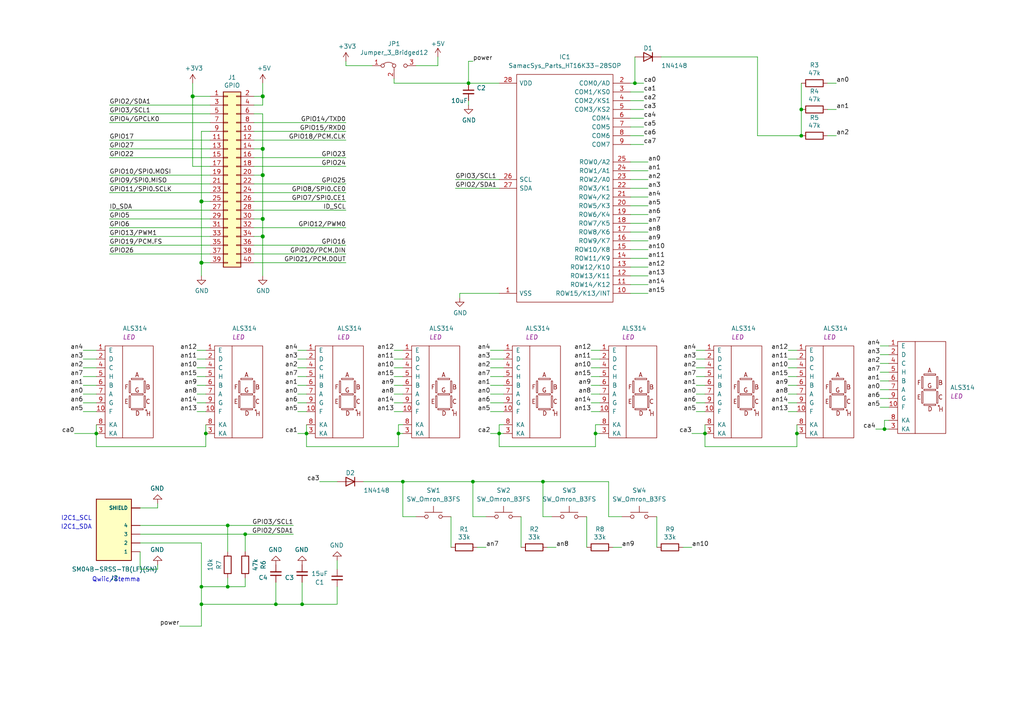
<source format=kicad_sch>
(kicad_sch (version 20230121) (generator eeschema)
  (paper "A4")
  (title_block (title "TinyNumberHat") (date "2023-11-02") (rev "ver 1.0") (company "Andrew Tudoroi"))
  (lib_symbols
    (symbol "Connector_Generic:Conn_02x20_Odd_Even" (pin_names (offset 1.016) hide)
      (property "Reference" "J" (at 1.27 25.4 0))
      (property "Value" "Conn_02x20_Odd_Even" (at 1.27 -27.94 0))
      (symbol "Conn_02x20_Odd_Even_1_1"
        (rectangle (start -1.27 -25.273) (end 0 -25.527) (stroke (width 0.1524)))
        (rectangle (start -1.27 -22.733) (end 0 -22.987) (stroke (width 0.1524)))
        (rectangle (start -1.27 -20.193) (end 0 -20.447) (stroke (width 0.1524)))
        (rectangle (start -1.27 -17.653) (end 0 -17.907) (stroke (width 0.1524)))
        (rectangle (start -1.27 -15.113) (end 0 -15.367) (stroke (width 0.1524)))
        (rectangle (start -1.27 -12.573) (end 0 -12.827) (stroke (width 0.1524)))
        (rectangle (start -1.27 -10.033) (end 0 -10.287) (stroke (width 0.1524)))
        (rectangle (start -1.27 -7.493) (end 0 -7.747) (stroke (width 0.1524)))
        (rectangle (start -1.27 -4.953) (end 0 -5.207) (stroke (width 0.1524)))
        (rectangle (start -1.27 -2.413) (end 0 -2.667) (stroke (width 0.1524)))
        (rectangle (start -1.27 0.127) (end 0 -0.127) (stroke (width 0.1524)))
        (rectangle (start -1.27 2.667) (end 0 2.413) (stroke (width 0.1524)))
        (rectangle (start -1.27 5.207) (end 0 4.953) (stroke (width 0.1524)))
        (rectangle (start -1.27 7.747) (end 0 7.493) (stroke (width 0.1524)))
        (rectangle (start -1.27 10.287) (end 0 10.033) (stroke (width 0.1524)))
        (rectangle (start -1.27 12.827) (end 0 12.573) (stroke (width 0.1524)))
        (rectangle (start -1.27 15.367) (end 0 15.113) (stroke (width 0.1524)))
        (rectangle (start -1.27 17.907) (end 0 17.653) (stroke (width 0.1524)))
        (rectangle (start -1.27 20.447) (end 0 20.193) (stroke (width 0.1524)))
        (rectangle (start -1.27 22.987) (end 0 22.733) (stroke (width 0.1524)))
        (rectangle (start -1.27 24.13) (end 3.81 -26.67) (stroke (width 0.254)) (fill (type background)))
        (rectangle (start 3.81 -25.273) (end 2.54 -25.527) (stroke (width 0.1524)))
        (rectangle (start 3.81 -22.733) (end 2.54 -22.987) (stroke (width 0.1524)))
        (rectangle (start 3.81 -20.193) (end 2.54 -20.447) (stroke (width 0.1524)))
        (rectangle (start 3.81 -17.653) (end 2.54 -17.907) (stroke (width 0.1524)))
        (rectangle (start 3.81 -15.113) (end 2.54 -15.367) (stroke (width 0.1524)))
        (rectangle (start 3.81 -12.573) (end 2.54 -12.827) (stroke (width 0.1524)))
        (rectangle (start 3.81 -10.033) (end 2.54 -10.287) (stroke (width 0.1524)))
        (rectangle (start 3.81 -7.493) (end 2.54 -7.747) (stroke (width 0.1524)))
        (rectangle (start 3.81 -4.953) (end 2.54 -5.207) (stroke (width 0.1524)))
        (rectangle (start 3.81 -2.413) (end 2.54 -2.667) (stroke (width 0.1524)))
        (rectangle (start 3.81 0.127) (end 2.54 -0.127) (stroke (width 0.1524)))
        (rectangle (start 3.81 2.667) (end 2.54 2.413) (stroke (width 0.1524)))
        (rectangle (start 3.81 5.207) (end 2.54 4.953) (stroke (width 0.1524)))
        (rectangle (start 3.81 7.747) (end 2.54 7.493) (stroke (width 0.1524)))
        (rectangle (start 3.81 10.287) (end 2.54 10.033) (stroke (width 0.1524)))
        (rectangle (start 3.81 12.827) (end 2.54 12.573) (stroke (width 0.1524)))
        (rectangle (start 3.81 15.367) (end 2.54 15.113) (stroke (width 0.1524)))
        (rectangle (start 3.81 17.907) (end 2.54 17.653) (stroke (width 0.1524)))
        (rectangle (start 3.81 20.447) (end 2.54 20.193) (stroke (width 0.1524)))
        (rectangle (start 3.81 22.987) (end 2.54 22.733) (stroke (width 0.1524)))
        (pin passive line (at -5.08 22.86 0) (length 3.81) (name "Pin_1") (number "1"))
        (pin passive line (at 7.62 12.7 180) (length 3.81) (name "Pin_10") (number "10"))
        (pin passive line (at -5.08 10.16 0) (length 3.81) (name "Pin_11") (number "11"))
        (pin passive line (at 7.62 10.16 180) (length 3.81) (name "Pin_12") (number "12"))
        (pin passive line (at -5.08 7.62 0) (length 3.81) (name "Pin_13") (number "13"))
        (pin passive line (at 7.62 7.62 180) (length 3.81) (name "Pin_14") (number "14"))
        (pin passive line (at -5.08 5.08 0) (length 3.81) (name "Pin_15") (number "15"))
        (pin passive line (at 7.62 5.08 180) (length 3.81) (name "Pin_16") (number "16"))
        (pin passive line (at -5.08 2.54 0) (length 3.81) (name "Pin_17") (number "17"))
        (pin passive line (at 7.62 2.54 180) (length 3.81) (name "Pin_18") (number "18"))
        (pin passive line (at -5.08 0 0) (length 3.81) (name "Pin_19") (number "19"))
        (pin passive line (at 7.62 22.86 180) (length 3.81) (name "Pin_2") (number "2"))
        (pin passive line (at 7.62 0 180) (length 3.81) (name "Pin_20") (number "20"))
        (pin passive line (at -5.08 -2.54 0) (length 3.81) (name "Pin_21") (number "21"))
        (pin passive line (at 7.62 -2.54 180) (length 3.81) (name "Pin_22") (number "22"))
        (pin passive line (at -5.08 -5.08 0) (length 3.81) (name "Pin_23") (number "23"))
        (pin passive line (at 7.62 -5.08 180) (length 3.81) (name "Pin_24") (number "24"))
        (pin passive line (at -5.08 -7.62 0) (length 3.81) (name "Pin_25") (number "25"))
        (pin passive line (at 7.62 -7.62 180) (length 3.81) (name "Pin_26") (number "26"))
        (pin passive line (at -5.08 -10.16 0) (length 3.81) (name "Pin_27") (number "27"))
        (pin passive line (at 7.62 -10.16 180) (length 3.81) (name "Pin_28") (number "28"))
        (pin passive line (at -5.08 -12.7 0) (length 3.81) (name "Pin_29") (number "29"))
        (pin passive line (at -5.08 20.32 0) (length 3.81) (name "Pin_3") (number "3"))
        (pin passive line (at 7.62 -12.7 180) (length 3.81) (name "Pin_30") (number "30"))
        (pin passive line (at -5.08 -15.24 0) (length 3.81) (name "Pin_31") (number "31"))
        (pin passive line (at 7.62 -15.24 180) (length 3.81) (name "Pin_32") (number "32"))
        (pin passive line (at -5.08 -17.78 0) (length 3.81) (name "Pin_33") (number "33"))
        (pin passive line (at 7.62 -17.78 180) (length 3.81) (name "Pin_34") (number "34"))
        (pin passive line (at -5.08 -20.32 0) (length 3.81) (name "Pin_35") (number "35"))
        (pin passive line (at 7.62 -20.32 180) (length 3.81) (name "Pin_36") (number "36"))
        (pin passive line (at -5.08 -22.86 0) (length 3.81) (name "Pin_37") (number "37"))
        (pin passive line (at 7.62 -22.86 180) (length 3.81) (name "Pin_38") (number "38"))
        (pin passive line (at -5.08 -25.4 0) (length 3.81) (name "Pin_39") (number "39"))
        (pin passive line (at 7.62 20.32 180) (length 3.81) (name "Pin_4") (number "4"))
        (pin passive line (at 7.62 -25.4 180) (length 3.81) (name "Pin_40") (number "40"))
        (pin passive line (at -5.08 17.78 0) (length 3.81) (name "Pin_5") (number "5"))
        (pin passive line (at 7.62 17.78 180) (length 3.81) (name "Pin_6") (number "6"))
        (pin passive line (at -5.08 15.24 0) (length 3.81) (name "Pin_7") (number "7"))
        (pin passive line (at 7.62 15.24 180) (length 3.81) (name "Pin_8") (number "8"))
        (pin passive line (at -5.08 12.7 0) (length 3.81) (name "Pin_9") (number "9"))
      )
    )
    (symbol "Device:C_Small" (pin_numbers hide) (pin_names (offset 0.254) hide)
      (property "Reference" "C" (at 0.254 1.778 0))
      (property "Value" "C_Small" (at 0.254 -2.032 0))
      (symbol "C_Small_0_1"
        (polyline (pts (xy -1.524 -0.508) (xy 1.524 -0.508)) (stroke (width 0.3302)))
        (polyline (pts (xy -1.524 0.508) (xy 1.524 0.508)) (stroke (width 0.3048)))
      )
      (symbol "C_Small_1_1"
        (pin passive line (at 0 2.54 270) (length 2.032) (name "~") (number "1"))
        (pin passive line (at 0 -2.54 90) (length 2.032) (name "~") (number "2"))
      )
    )
    (symbol "Device:D" (pin_numbers hide) (pin_names (offset 1.016) hide)
      (property "Reference" "D" (at 0 2.54 0))
      (property "Value" "D" (at 0 -2.54 0))
      (symbol "D_0_1"
        (polyline (pts (xy -1.27 1.27) (xy -1.27 -1.27)) (stroke (width 0.254)))
        (polyline (pts (xy 1.27 0) (xy -1.27 0)))
        (polyline (pts (xy 1.27 1.27) (xy 1.27 -1.27) (xy -1.27 0) (xy 1.27 1.27)) (stroke (width 0.254)))
      )
      (symbol "D_1_1"
        (pin passive line (at -3.81 0 0) (length 2.54) (name "K") (number "1"))
        (pin passive line (at 3.81 0 180) (length 2.54) (name "A") (number "2"))
      )
    )
    (symbol "Device:R" (pin_numbers hide) (pin_names (offset 0))
      (property "Reference" "R" (at 2.032 0 90))
      (property "Value" "R" (at 0 0 90))
      (symbol "R_0_1"
        (rectangle (start -1.016 -2.54) (end 1.016 2.54) (stroke (width 0.254)))
      )
      (symbol "R_1_1"
        (pin passive line (at 0 3.81 270) (length 1.27) (name "~") (number "1"))
        (pin passive line (at 0 -3.81 90) (length 1.27) (name "~") (number "2"))
      )
    )
    (symbol "Jumper:Jumper_3_Bridged12" (pin_names (offset 0) hide)
      (property "Reference" "JP" (at -2.54 -2.54 0))
      (property "Value" "Jumper_3_Bridged12" (at 0 2.794 0))
      (symbol "Jumper_3_Bridged12_0_0"
        (circle (center -3.302 0) (radius 0.508))
        (circle (center 0 0) (radius 0.508))
        (circle (center 3.302 0) (radius 0.508))
      )
      (symbol "Jumper_3_Bridged12_0_1"
        (arc (start -0.254 0.508) (mid -1.651 0.9912) (end -3.048 0.508))
        (polyline (pts (xy 0 -1.27) (xy 0 -0.508)))
      )
      (symbol "Jumper_3_Bridged12_1_1"
        (pin passive line (at -6.35 0 0) (length 2.54) (name "A") (number "1"))
        (pin passive line (at 0 -3.81 90) (length 2.54) (name "C") (number "2"))
        (pin passive line (at 6.35 0 180) (length 2.54) (name "B") (number "3"))
      )
    )
    (symbol "LTP-305G:АЛС314" (pin_names (offset 1.016))
      (property "Reference" "DPY" (at 10.16 0 0))
      (property "Value" "ALS314" (at 8.89 -26.67 0))
      (property "Тип" "LED" (at 10.16 -2.54 0))
      (symbol "АЛС314_0_0"
        (circle (center 14.478 -17.399) (radius 0.1778))
        (text "A" (at 11.811 -7.112 0) (effects (font (size 1.27 1.27))))
        (text "B" (at 14.986 -10.668 0) (effects (font (size 1.27 1.27))))
        (text "C" (at 14.986 -14.859 0) (effects (font (size 1.27 1.27))))
        (text "D" (at 11.938 -18.288 0) (effects (font (size 1.27 1.27))))
        (text "E" (at 8.763 -14.859 0) (effects (font (size 1.27 1.27))))
        (text "F" (at 8.763 -10.668 0) (effects (font (size 1.27 1.27))))
        (text "G" (at 11.811 -11.557 0) (effects (font (size 1.27 1.27))))
        (text "H" (at 15.113 -18.415 0) (effects (font (size 1.27 1.27))))
      )
      (symbol "АЛС314_0_1"
        (polyline (pts (xy 7.62 1.27) (xy 7.62 -25.4)))
        (rectangle (start 2.54 1.27) (end 16.51 -25.4))
        (rectangle (start 9.525 -16.637) (end 9.906 -13.208))
        (rectangle (start 9.525 -12.319) (end 9.906 -8.89))
        (rectangle (start 10.16 -16.891) (end 13.589 -17.272))
        (rectangle (start 10.16 -12.573) (end 13.589 -12.954))
        (rectangle (start 10.16 -8.128) (end 13.589 -8.509))
        (rectangle (start 13.843 -16.637) (end 14.224 -13.208))
        (rectangle (start 13.843 -12.319) (end 14.224 -8.89))
      )
      (symbol "АЛС314_1_1"
        (pin input line (at 0 0 0) (length 2.54) (name "E") (number "1"))
        (pin input line (at 0 -17.78 0) (length 2.54) (name "F") (number "10"))
        (pin input line (at 0 -2.54 0) (length 2.54) (name "D") (number "2"))
        (pin power_out line (at 0 -24.13 0) (length 2.54) (name "KA") (number "3"))
        (pin input line (at 0 -5.08 0) (length 2.54) (name "C") (number "4"))
        (pin input line (at 0 -7.62 0) (length 2.54) (name "H") (number "5"))
        (pin input line (at 0 -10.16 0) (length 2.54) (name "B") (number "6"))
        (pin input line (at 0 -12.7 0) (length 2.54) (name "A") (number "7"))
        (pin power_out line (at 0 -21.59 0) (length 2.54) (name "KA") (number "8"))
        (pin input line (at 0 -15.24 0) (length 2.54) (name "G") (number "9"))
      )
    )
    (symbol "LTP305_ESP32_CLOCK-rescue:HT16K33-28SOP-SamacSys_Parts" (pin_names (offset 0.762))
      (property "Reference" "IC" (at 34.29 7.62 0))
      (property "Value" "SamacSys_Parts_HT16K33-28SOP" (at 34.29 5.08 0))
      (symbol "HT16K33-28SOP-SamacSys_Parts_0_0"
        (pin passive line (at 0 -60.96 0) (length 5.08) (name "VSS") (number "1"))
        (pin passive line (at 38.1 -60.96 180) (length 5.08) (name "ROW15/K13/INT") (number "10"))
        (pin passive line (at 38.1 -58.42 180) (length 5.08) (name "ROW14/K12") (number "11"))
        (pin passive line (at 38.1 -55.88 180) (length 5.08) (name "ROW13/K11") (number "12"))
        (pin passive line (at 38.1 -53.34 180) (length 5.08) (name "ROW12/K10") (number "13"))
        (pin passive line (at 38.1 -50.8 180) (length 5.08) (name "ROW11/K9") (number "14"))
        (pin passive line (at 38.1 -48.26 180) (length 5.08) (name "ROW10/K8") (number "15"))
        (pin passive line (at 38.1 -45.72 180) (length 5.08) (name "ROW9/K7") (number "16"))
        (pin passive line (at 38.1 -43.18 180) (length 5.08) (name "ROW8/K6") (number "17"))
        (pin passive line (at 38.1 -40.64 180) (length 5.08) (name "ROW7/K5") (number "18"))
        (pin passive line (at 38.1 -38.1 180) (length 5.08) (name "ROW6/K4") (number "19"))
        (pin passive line (at 38.1 0 180) (length 5.08) (name "COM0/AD") (number "2"))
        (pin passive line (at 38.1 -35.56 180) (length 5.08) (name "ROW5/K3") (number "20"))
        (pin passive line (at 38.1 -33.02 180) (length 5.08) (name "ROW4/K2") (number "21"))
        (pin passive line (at 38.1 -30.48 180) (length 5.08) (name "ROW3/K1") (number "22"))
        (pin passive line (at 38.1 -27.94 180) (length 5.08) (name "ROW2/A0") (number "23"))
        (pin passive line (at 38.1 -25.4 180) (length 5.08) (name "ROW1/A1") (number "24"))
        (pin passive line (at 38.1 -22.86 180) (length 5.08) (name "ROW0/A2") (number "25"))
        (pin passive line (at 0 -27.94 0) (length 5.08) (name "SCL") (number "26"))
        (pin passive line (at 0 -30.48 0) (length 5.08) (name "SDA") (number "27"))
        (pin passive line (at 0 0 0) (length 5.08) (name "VDD") (number "28"))
        (pin passive line (at 38.1 -2.54 180) (length 5.08) (name "COM1/KS0") (number "3"))
        (pin passive line (at 38.1 -5.08 180) (length 5.08) (name "COM2/KS1") (number "4"))
        (pin passive line (at 38.1 -7.62 180) (length 5.08) (name "COM3/KS2") (number "5"))
        (pin passive line (at 38.1 -10.16 180) (length 5.08) (name "COM4") (number "6"))
        (pin passive line (at 38.1 -12.7 180) (length 5.08) (name "COM5") (number "7"))
        (pin passive line (at 38.1 -15.24 180) (length 5.08) (name "COM6") (number "8"))
        (pin passive line (at 38.1 -17.78 180) (length 5.08) (name "COM7") (number "9"))
      )
      (symbol "HT16K33-28SOP-SamacSys_Parts_0_1"
        (polyline (pts (xy 5.08 2.54) (xy 33.02 2.54) (xy 33.02 -63.5) (xy 5.08 -63.5) (xy 5.08 2.54)) (stroke (width 0.1524)))
      )
    )
    (symbol "SM04B-SRSS-TB_LF__SN_:SM04B-SRSS-TB(LF)(SN)" (pin_numbers hide) (pin_names (offset 1.016))
      (property "Reference" "J" (at -5.08 8.1534 0))
      (property "Value" "SM04B-SRSS-TB(LF)(SN)" (at -5.08 -11.9634 0))
      (symbol "SM04B-SRSS-TB(LF)(SN)_0_0"
        (rectangle (start -5.08 -10.16) (end 5.08 7.62) (stroke (width 0.254)) (fill (type background)))
        (pin passive line (at -7.62 5.08 0) (length 2.54) (name "1") (number "1"))
        (pin passive line (at -7.62 2.54 0) (length 2.54) (name "2") (number "2"))
        (pin passive line (at -7.62 0 0) (length 2.54) (name "3") (number "3"))
        (pin passive line (at -7.62 -2.54 0) (length 2.54) (name "4") (number "4"))
        (pin passive line (at -7.62 -7.62 0) (length 2.54) (name "SHIELD") (number "S1"))
        (pin passive line (at -7.62 -7.62 0) (length 2.54) (name "SHIELD") (number "S2"))
      )
    )
    (symbol "Switch:SW_Omron_B3FS" (pin_numbers hide) (pin_names (offset 1.016) hide)
      (property "Reference" "SW" (at 1.27 2.54 0))
      (property "Value" "SW_Omron_B3FS" (at 0 -1.524 0))
      (symbol "SW_Omron_B3FS_0_1"
        (circle (center -2.032 0) (radius 0.508))
        (polyline (pts (xy 0 1.27) (xy 0 3.048)))
        (polyline (pts (xy 2.54 1.27) (xy -2.54 1.27)))
        (circle (center 2.032 0) (radius 0.508))
        (pin passive line (at -5.08 0 0) (length 2.54) (name "1") (number "1"))
        (pin passive line (at 5.08 0 180) (length 2.54) (name "2") (number "2"))
      )
    )
    (symbol "power:+3.3V" (power) (pin_names (offset 0))
      (property "Value" "+3.3V" (at 0 3.556 0))
      (symbol "+3.3V_0_1"
        (polyline (pts (xy -0.762 1.27) (xy 0 2.54)))
        (polyline (pts (xy 0 0) (xy 0 2.54)))
        (polyline (pts (xy 0 2.54) (xy 0.762 1.27)))
      )
      (symbol "+3.3V_1_1"
        (pin power_in line (at 0 0 90) (length 0) hide (name "+3V3") (number "1"))
      )
    )
    (symbol "power:+5V" (power) (pin_names (offset 0))
      (property "Value" "+5V" (at 0 3.556 0))
      (symbol "+5V_0_1"
        (polyline (pts (xy -0.762 1.27) (xy 0 2.54)))
        (polyline (pts (xy 0 0) (xy 0 2.54)))
        (polyline (pts (xy 0 2.54) (xy 0.762 1.27)))
      )
      (symbol "+5V_1_1"
        (pin power_in line (at 0 0 90) (length 0) hide (name "+5V") (number "1"))
      )
    )
    (symbol "power:GND" (power) (pin_names (offset 0))
      (property "Value" "GND" (at 0 -3.81 0))
      (symbol "GND_0_1"
        (polyline (pts (xy 0 0) (xy 0 -1.27) (xy 1.27 -1.27) (xy 0 -2.54) (xy -1.27 -1.27) (xy 0 -1.27)))
      )
      (symbol "GND_1_1"
        (pin power_in line (at 0 0 270) (length 0) hide (name "GND") (number "1"))
      )
    )
  )
  (junction (at 76.2 63.5) (diameter 1.016))
  (junction (at 55.88 27.94) (diameter 1.016))
  (junction (at 76.2 68.58) (diameter 1.016))
  (junction (at 144.78 125.73))
  (junction (at 58.42 175.26))
  (junction (at 157.48 139.7))
  (junction (at 58.42 58.42) (diameter 1.016))
  (junction (at 172.72 125.73))
  (junction (at 256.54 124.46))
  (junction (at 76.2 50.8) (diameter 1.016))
  (junction (at 80.01 175.26))
  (junction (at 204.47 125.73))
  (junction (at 76.2 43.18) (diameter 1.016))
  (junction (at 231.14 125.73))
  (junction (at 87.63 175.26))
  (junction (at 71.12 154.94))
  (junction (at 66.04 152.4))
  (junction (at 116.84 139.7))
  (junction (at 27.94 125.73))
  (junction (at 88.9 125.73))
  (junction (at 115.57 125.73))
  (junction (at 59.69 125.73))
  (junction (at 66.04 170.18))
  (junction (at 135.89 24.13))
  (junction (at 184.15 24.13))
  (junction (at 232.41 31.75))
  (junction (at 232.41 39.37))
  (junction (at 137.16 139.7))
  (junction (at 58.42 170.18))
  (junction (at 58.42 76.2) (diameter 1.016))
  (junction (at 76.2 27.94) (diameter 1.016))
  (wire (pts (xy 58.42 58.42) (xy 58.42 76.2)))
  (wire (pts (xy 73.66 58.42) (xy 100.33 58.42)))
  (wire (pts (xy 182.88 31.75) (xy 186.69 31.75)))
  (wire (pts (xy 116.84 125.73) (xy 115.57 125.73)))
  (wire (pts (xy 60.96 40.64) (xy 31.75 40.64)))
  (wire (pts (xy 59.69 129.54) (xy 59.69 125.73)))
  (wire (pts (xy 58.42 181.61) (xy 52.07 181.61)))
  (wire (pts (xy 85.09 152.4) (xy 66.04 152.4)))
  (wire (pts (xy 142.24 109.22) (xy 146.05 109.22)))
  (wire (pts (xy 86.36 104.14) (xy 88.9 104.14)))
  (wire (pts (xy 76.2 33.02) (xy 76.2 43.18)))
  (wire (pts (xy 157.48 139.7) (xy 176.53 139.7)))
  (wire (pts (xy 40.64 165.1) (xy 40.64 160.02)))
  (wire (pts (xy 57.15 104.14) (xy 59.69 104.14)))
  (wire (pts (xy 76.2 50.8) (xy 73.66 50.8)))
  (wire (pts (xy 114.3 101.6) (xy 116.84 101.6)))
  (wire (pts (xy 157.48 139.7) (xy 157.48 149.86)))
  (wire (pts (xy 173.99 123.19) (xy 172.72 123.19)))
  (wire (pts (xy 57.15 109.22) (xy 59.69 109.22)))
  (wire (pts (xy 182.88 49.53) (xy 187.96 49.53)))
  (wire (pts (xy 171.45 119.38) (xy 173.99 119.38)))
  (wire (pts (xy 182.88 52.07) (xy 187.96 52.07)))
  (wire (pts (xy 201.93 106.68) (xy 204.47 106.68)))
  (wire (pts (xy 76.2 63.5) (xy 76.2 68.58)))
  (wire (pts (xy 137.16 139.7) (xy 157.48 139.7)))
  (wire (pts (xy 182.88 41.91) (xy 186.69 41.91)))
  (wire (pts (xy 228.6 104.14) (xy 231.14 104.14)))
  (wire (pts (xy 86.36 119.38) (xy 88.9 119.38)))
  (wire (pts (xy 114.3 109.22) (xy 116.84 109.22)))
  (wire (pts (xy 45.72 163.83) (xy 45.72 165.1)))
  (wire (pts (xy 114.3 116.84) (xy 116.84 116.84)))
  (wire (pts (xy 86.36 116.84) (xy 88.9 116.84)))
  (wire (pts (xy 254 124.46) (xy 256.54 124.46)))
  (wire (pts (xy 228.6 119.38) (xy 231.14 119.38)))
  (wire (pts (xy 201.93 116.84) (xy 204.47 116.84)))
  (wire (pts (xy 76.2 50.8) (xy 76.2 63.5)))
  (wire (pts (xy 114.3 24.13) (xy 135.89 24.13)))
  (wire (pts (xy 100.33 17.78) (xy 100.33 19.05)))
  (wire (pts (xy 73.66 35.56) (xy 100.33 35.56)))
  (wire (pts (xy 144.78 129.54) (xy 172.72 129.54)))
  (wire (pts (xy 58.42 38.1) (xy 58.42 58.42)))
  (wire (pts (xy 231.14 123.19) (xy 231.14 125.73)))
  (wire (pts (xy 182.88 57.15) (xy 187.96 57.15)))
  (wire (pts (xy 66.04 152.4) (xy 40.64 152.4)))
  (wire (pts (xy 130.81 149.86) (xy 130.81 158.75)))
  (wire (pts (xy 137.16 17.78) (xy 135.89 17.78)))
  (wire (pts (xy 142.24 111.76) (xy 146.05 111.76)))
  (wire (pts (xy 58.42 38.1) (xy 60.96 38.1)))
  (wire (pts (xy 201.93 119.38) (xy 204.47 119.38)))
  (wire (pts (xy 182.88 34.29) (xy 186.69 34.29)))
  (wire (pts (xy 182.88 64.77) (xy 187.96 64.77)))
  (wire (pts (xy 114.3 104.14) (xy 116.84 104.14)))
  (wire (pts (xy 73.66 55.88) (xy 100.33 55.88)))
  (wire (pts (xy 157.48 149.86) (xy 160.02 149.86)))
  (wire (pts (xy 60.96 60.96) (xy 31.75 60.96)))
  (wire (pts (xy 57.15 111.76) (xy 59.69 111.76)))
  (wire (pts (xy 142.24 119.38) (xy 146.05 119.38)))
  (wire (pts (xy 86.36 111.76) (xy 88.9 111.76)))
  (wire (pts (xy 31.75 63.5) (xy 60.96 63.5)))
  (wire (pts (xy 182.88 80.01) (xy 187.96 80.01)))
  (wire (pts (xy 132.08 52.07) (xy 144.78 52.07)))
  (wire (pts (xy 142.24 114.3) (xy 146.05 114.3)))
  (wire (pts (xy 135.89 17.78) (xy 135.89 24.13)))
  (wire (pts (xy 24.13 116.84) (xy 27.94 116.84)))
  (wire (pts (xy 86.36 109.22) (xy 88.9 109.22)))
  (wire (pts (xy 58.42 58.42) (xy 60.96 58.42)))
  (wire (pts (xy 182.88 77.47) (xy 187.96 77.47)))
  (wire (pts (xy 182.88 29.21) (xy 186.69 29.21)))
  (wire (pts (xy 171.45 104.14) (xy 173.99 104.14)))
  (wire (pts (xy 170.18 149.86) (xy 170.18 158.75)))
  (wire (pts (xy 71.12 160.02) (xy 71.12 154.94)))
  (wire (pts (xy 132.08 54.61) (xy 144.78 54.61)))
  (wire (pts (xy 73.66 45.72) (xy 100.33 45.72)))
  (wire (pts (xy 182.88 46.99) (xy 187.96 46.99)))
  (wire (pts (xy 58.42 170.18) (xy 58.42 157.48)))
  (wire (pts (xy 182.88 67.31) (xy 187.96 67.31)))
  (wire (pts (xy 255.27 100.33) (xy 257.81 100.33)))
  (wire (pts (xy 151.13 149.86) (xy 151.13 158.75)))
  (wire (pts (xy 201.93 101.6) (xy 204.47 101.6)))
  (wire (pts (xy 66.04 167.64) (xy 66.04 170.18)))
  (wire (pts (xy 73.66 76.2) (xy 100.33 76.2)))
  (wire (pts (xy 58.42 76.2) (xy 58.42 80.01)))
  (wire (pts (xy 31.75 43.18) (xy 60.96 43.18)))
  (wire (pts (xy 177.8 158.75) (xy 180.34 158.75)))
  (wire (pts (xy 171.45 109.22) (xy 173.99 109.22)))
  (wire (pts (xy 256.54 124.46) (xy 257.81 124.46)))
  (wire (pts (xy 55.88 24.13) (xy 55.88 27.94)))
  (wire (pts (xy 182.88 39.37) (xy 186.69 39.37)))
  (wire (pts (xy 24.13 104.14) (xy 27.94 104.14)))
  (wire (pts (xy 228.6 111.76) (xy 231.14 111.76)))
  (wire (pts (xy 142.24 106.68) (xy 146.05 106.68)))
  (wire (pts (xy 59.69 123.19) (xy 59.69 125.73)))
  (wire (pts (xy 76.2 68.58) (xy 73.66 68.58)))
  (wire (pts (xy 201.93 104.14) (xy 204.47 104.14)))
  (wire (pts (xy 228.6 101.6) (xy 231.14 101.6)))
  (wire (pts (xy 182.88 82.55) (xy 187.96 82.55)))
  (wire (pts (xy 31.75 33.02) (xy 60.96 33.02)))
  (wire (pts (xy 24.13 111.76) (xy 27.94 111.76)))
  (wire (pts (xy 201.93 111.76) (xy 204.47 111.76)))
  (wire (pts (xy 182.88 59.69) (xy 187.96 59.69)))
  (wire (pts (xy 71.12 170.18) (xy 66.04 170.18)))
  (wire (pts (xy 31.75 55.88) (xy 60.96 55.88)))
  (wire (pts (xy 27.94 123.19) (xy 27.94 125.73)))
  (wire (pts (xy 182.88 85.09) (xy 187.96 85.09)))
  (wire (pts (xy 200.66 125.73) (xy 204.47 125.73)))
  (wire (pts (xy 55.88 48.26) (xy 60.96 48.26)))
  (wire (pts (xy 114.3 22.86) (xy 114.3 24.13)))
  (wire (pts (xy 60.96 30.48) (xy 31.75 30.48)))
  (wire (pts (xy 127 19.05) (xy 120.65 19.05)))
  (wire (pts (xy 57.15 101.6) (xy 59.69 101.6)))
  (wire (pts (xy 92.71 139.7) (xy 97.79 139.7)))
  (wire (pts (xy 76.2 27.94) (xy 76.2 30.48)))
  (wire (pts (xy 97.79 175.26) (xy 87.63 175.26)))
  (wire (pts (xy 80.01 175.26) (xy 80.01 168.91)))
  (wire (pts (xy 228.6 114.3) (xy 231.14 114.3)))
  (wire (pts (xy 76.2 43.18) (xy 76.2 50.8)))
  (wire (pts (xy 80.01 175.26) (xy 58.42 175.26)))
  (wire (pts (xy 45.72 147.32) (xy 45.72 146.05)))
  (wire (pts (xy 27.94 125.73) (xy 27.94 129.54)))
  (wire (pts (xy 73.66 40.64) (xy 100.33 40.64)))
  (wire (pts (xy 255.27 102.87) (xy 257.81 102.87)))
  (wire (pts (xy 76.2 43.18) (xy 73.66 43.18)))
  (wire (pts (xy 21.59 125.73) (xy 27.94 125.73)))
  (wire (pts (xy 76.2 24.13) (xy 76.2 27.94)))
  (wire (pts (xy 87.63 175.26) (xy 87.63 168.91)))
  (wire (pts (xy 182.88 69.85) (xy 187.96 69.85)))
  (wire (pts (xy 184.15 16.51) (xy 184.15 24.13)))
  (wire (pts (xy 204.47 129.54) (xy 231.14 129.54)))
  (wire (pts (xy 146.05 123.19) (xy 144.78 123.19)))
  (wire (pts (xy 31.75 35.56) (xy 60.96 35.56)))
  (wire (pts (xy 232.41 39.37) (xy 219.71 39.37)))
  (wire (pts (xy 240.03 24.13) (xy 242.57 24.13)))
  (wire (pts (xy 115.57 129.54) (xy 115.57 125.73)))
  (wire (pts (xy 76.2 27.94) (xy 73.66 27.94)))
  (wire (pts (xy 255.27 118.11) (xy 257.81 118.11)))
  (wire (pts (xy 171.45 106.68) (xy 173.99 106.68)))
  (wire (pts (xy 55.88 27.94) (xy 55.88 48.26)))
  (wire (pts (xy 198.12 158.75) (xy 200.66 158.75)))
  (wire (pts (xy 66.04 170.18) (xy 58.42 170.18)))
  (wire (pts (xy 114.3 119.38) (xy 116.84 119.38)))
  (wire (pts (xy 73.66 48.26) (xy 100.33 48.26)))
  (wire (pts (xy 255.27 115.57) (xy 257.81 115.57)))
  (wire (pts (xy 232.41 31.75) (xy 232.41 39.37)))
  (wire (pts (xy 137.16 149.86) (xy 140.97 149.86)))
  (wire (pts (xy 73.66 38.1) (xy 100.33 38.1)))
  (wire (pts (xy 24.13 119.38) (xy 27.94 119.38)))
  (wire (pts (xy 138.43 158.75) (xy 140.97 158.75)))
  (wire (pts (xy 142.24 101.6) (xy 146.05 101.6)))
  (wire (pts (xy 88.9 123.19) (xy 88.9 125.73)))
  (wire (pts (xy 40.64 147.32) (xy 45.72 147.32)))
  (wire (pts (xy 127 16.51) (xy 127 19.05)))
  (wire (pts (xy 100.33 19.05) (xy 107.95 19.05)))
  (wire (pts (xy 86.36 125.73) (xy 88.9 125.73)))
  (wire (pts (xy 137.16 139.7) (xy 137.16 149.86)))
  (wire (pts (xy 31.75 45.72) (xy 60.96 45.72)))
  (wire (pts (xy 135.89 24.13) (xy 144.78 24.13)))
  (wire (pts (xy 31.75 53.34) (xy 60.96 53.34)))
  (wire (pts (xy 201.93 109.22) (xy 204.47 109.22)))
  (wire (pts (xy 182.88 72.39) (xy 187.96 72.39)))
  (wire (pts (xy 116.84 139.7) (xy 137.16 139.7)))
  (wire (pts (xy 240.03 31.75) (xy 242.57 31.75)))
  (wire (pts (xy 172.72 123.19) (xy 172.72 125.73)))
  (wire (pts (xy 255.27 107.95) (xy 257.81 107.95)))
  (wire (pts (xy 204.47 123.19) (xy 204.47 125.73)))
  (wire (pts (xy 115.57 123.19) (xy 116.84 123.19)))
  (wire (pts (xy 31.75 66.04) (xy 60.96 66.04)))
  (wire (pts (xy 171.45 101.6) (xy 173.99 101.6)))
  (wire (pts (xy 76.2 30.48) (xy 73.66 30.48)))
  (wire (pts (xy 142.24 125.73) (xy 144.78 125.73)))
  (wire (pts (xy 190.5 149.86) (xy 190.5 158.75)))
  (wire (pts (xy 182.88 54.61) (xy 187.96 54.61)))
  (wire (pts (xy 171.45 116.84) (xy 173.99 116.84)))
  (wire (pts (xy 58.42 157.48) (xy 40.64 157.48)))
  (wire (pts (xy 182.88 26.67) (xy 186.69 26.67)))
  (wire (pts (xy 88.9 125.73) (xy 88.9 129.54)))
  (wire (pts (xy 24.13 106.68) (xy 27.94 106.68)))
  (wire (pts (xy 31.75 71.12) (xy 60.96 71.12)))
  (wire (pts (xy 88.9 129.54) (xy 115.57 129.54)))
  (wire (pts (xy 85.09 154.94) (xy 71.12 154.94)))
  (wire (pts (xy 73.66 71.12) (xy 100.33 71.12)))
  (wire (pts (xy 257.81 121.92) (xy 256.54 121.92)))
  (wire (pts (xy 116.84 149.86) (xy 120.65 149.86)))
  (wire (pts (xy 255.27 110.49) (xy 257.81 110.49)))
  (wire (pts (xy 158.75 158.75) (xy 161.29 158.75)))
  (wire (pts (xy 73.66 66.04) (xy 100.33 66.04)))
  (wire (pts (xy 58.42 76.2) (xy 60.96 76.2)))
  (wire (pts (xy 57.15 116.84) (xy 59.69 116.84)))
  (wire (pts (xy 232.41 24.13) (xy 232.41 31.75)))
  (wire (pts (xy 219.71 39.37) (xy 219.71 16.51)))
  (wire (pts (xy 57.15 114.3) (xy 59.69 114.3)))
  (wire (pts (xy 86.36 114.3) (xy 88.9 114.3)))
  (wire (pts (xy 171.45 111.76) (xy 173.99 111.76)))
  (wire (pts (xy 73.66 73.66) (xy 100.33 73.66)))
  (wire (pts (xy 144.78 85.09) (xy 133.35 85.09)))
  (wire (pts (xy 142.24 116.84) (xy 146.05 116.84)))
  (wire (pts (xy 87.63 175.26) (xy 80.01 175.26)))
  (wire (pts (xy 76.2 33.02) (xy 73.66 33.02)))
  (wire (pts (xy 71.12 154.94) (xy 40.64 154.94)))
  (wire (pts (xy 231.14 129.54) (xy 231.14 125.73)))
  (wire (pts (xy 58.42 181.61) (xy 58.42 175.26)))
  (wire (pts (xy 31.75 73.66) (xy 60.96 73.66)))
  (wire (pts (xy 172.72 125.73) (xy 173.99 125.73)))
  (wire (pts (xy 184.15 24.13) (xy 182.88 24.13)))
  (wire (pts (xy 228.6 106.68) (xy 231.14 106.68)))
  (wire (pts (xy 71.12 167.64) (xy 71.12 170.18)))
  (wire (pts (xy 114.3 111.76) (xy 116.84 111.76)))
  (wire (pts (xy 97.79 175.26) (xy 97.79 170.18)))
  (wire (pts (xy 135.89 29.21) (xy 135.89 30.48)))
  (wire (pts (xy 204.47 125.73) (xy 204.47 129.54)))
  (wire (pts (xy 86.36 106.68) (xy 88.9 106.68)))
  (wire (pts (xy 255.27 105.41) (xy 257.81 105.41)))
  (wire (pts (xy 66.04 160.02) (xy 66.04 152.4)))
  (wire (pts (xy 182.88 74.93) (xy 187.96 74.93)))
  (wire (pts (xy 242.57 39.37) (xy 240.03 39.37)))
  (wire (pts (xy 201.93 114.3) (xy 204.47 114.3)))
  (wire (pts (xy 142.24 104.14) (xy 146.05 104.14)))
  (wire (pts (xy 114.3 114.3) (xy 116.84 114.3)))
  (wire (pts (xy 133.35 85.09) (xy 133.35 86.36)))
  (wire (pts (xy 45.72 165.1) (xy 40.64 165.1)))
  (wire (pts (xy 116.84 139.7) (xy 116.84 149.86)))
  (wire (pts (xy 115.57 123.19) (xy 115.57 125.73)))
  (wire (pts (xy 76.2 68.58) (xy 76.2 80.01)))
  (wire (pts (xy 73.66 53.34) (xy 100.33 53.34)))
  (wire (pts (xy 60.96 68.58) (xy 31.75 68.58)))
  (wire (pts (xy 144.78 123.19) (xy 144.78 125.73)))
  (wire (pts (xy 24.13 101.6) (xy 27.94 101.6)))
  (wire (pts (xy 176.53 149.86) (xy 180.34 149.86)))
  (wire (pts (xy 228.6 109.22) (xy 231.14 109.22)))
  (wire (pts (xy 144.78 125.73) (xy 146.05 125.73)))
  (wire (pts (xy 171.45 114.3) (xy 173.99 114.3)))
  (wire (pts (xy 228.6 116.84) (xy 231.14 116.84)))
  (wire (pts (xy 186.69 24.13) (xy 184.15 24.13)))
  (wire (pts (xy 57.15 119.38) (xy 59.69 119.38)))
  (wire (pts (xy 76.2 63.5) (xy 73.66 63.5)))
  (wire (pts (xy 27.94 129.54) (xy 59.69 129.54)))
  (wire (pts (xy 144.78 125.73) (xy 144.78 129.54)))
  (wire (pts (xy 182.88 62.23) (xy 187.96 62.23)))
  (wire (pts (xy 57.15 106.68) (xy 59.69 106.68)))
  (wire (pts (xy 55.88 27.94) (xy 60.96 27.94)))
  (wire (pts (xy 24.13 114.3) (xy 27.94 114.3)))
  (wire (pts (xy 105.41 139.7) (xy 116.84 139.7)))
  (wire (pts (xy 255.27 113.03) (xy 257.81 113.03)))
  (wire (pts (xy 97.79 165.1) (xy 97.79 162.56)))
  (wire (pts (xy 24.13 109.22) (xy 27.94 109.22)))
  (wire (pts (xy 86.36 101.6) (xy 88.9 101.6)))
  (wire (pts (xy 182.88 36.83) (xy 186.69 36.83)))
  (wire (pts (xy 256.54 121.92) (xy 256.54 124.46)))
  (wire (pts (xy 114.3 106.68) (xy 116.84 106.68)))
  (wire (pts (xy 60.96 50.8) (xy 31.75 50.8)))
  (wire (pts (xy 73.66 60.96) (xy 100.33 60.96)))
  (wire (pts (xy 172.72 129.54) (xy 172.72 125.73)))
  (wire (pts (xy 176.53 139.7) (xy 176.53 149.86)))
  (wire (pts (xy 58.42 175.26) (xy 58.42 170.18)))
  (wire (pts (xy 191.77 16.51) (xy 219.71 16.51)))
  (text "I2C1_SCL" (at 26.67 151.13 0) (effects (font (size 1.27 1.27)) (justify right bottom)))
  (text "I2C1_SDA" (at 26.67 153.67 0) (effects (font (size 1.27 1.27)) (justify right bottom)))
  (text "Qwiic/Stemma" (at 26.67 168.91 0) (effects (font (size 1.27 1.27)) (justify left bottom)))
  (label "an3" (at 187.96 54.61 0))
  (label "an1" (at 24.13 111.76 180))
  (label "an7" (at 24.13 109.22 180))
  (label "an11" (at 228.6 104.14 180))
  (label "ID_SDA" (at 31.75 60.96 0))
  (label "GPIO6" (at 31.75 66.04 0))
  (label "an9" (at 180.34 158.75 0))
  (label "an7" (at 201.93 109.22 180))
  (label "an7" (at 255.27 107.95 180))
  (label "ca2" (at 142.24 125.73 180))
  (label "an6" (at 142.24 116.84 180))
  (label "an11" (at 57.15 104.14 180))
  (label "an1" (at 255.27 110.49 180))
  (label "power" (at 137.16 17.78 0))
  (label "ca4" (at 186.69 34.29 0))
  (label "GPIO3{slash}SCL1" (at 132.08 52.07 0))
  (label "an8" (at 187.96 67.31 0))
  (label "an15" (at 171.45 109.22 180))
  (label "an12" (at 57.15 101.6 180))
  (label "an0" (at 142.24 114.3 180))
  (label "ca1" (at 186.69 26.67 0))
  (label "an3" (at 86.36 104.14 180))
  (label "an8" (at 171.45 114.3 180))
  (label "an0" (at 201.93 114.3 180))
  (label "ID_SCL" (at 100.33 60.96 180))
  (label "GPIO5" (at 31.75 63.5 0))
  (label "an5" (at 255.27 118.11 180))
  (label "an0" (at 86.36 114.3 180))
  (label "an2" (at 255.27 105.41 180))
  (label "an6" (at 255.27 115.57 180))
  (label "an8" (at 161.29 158.75 0))
  (label "GPIO21{slash}PCM.DOUT" (at 100.33 76.2 180))
  (label "GPIO19{slash}PCM.FS" (at 31.75 71.12 0))
  (label "GPIO10{slash}SPI0.MOSI" (at 31.75 50.8 0))
  (label "GPIO9{slash}SPI0.MISO" (at 31.75 53.34 0))
  (label "an3" (at 142.24 104.14 180))
  (label "an3" (at 255.27 102.87 180))
  (label "an14" (at 187.96 82.55 0))
  (label "GPIO23" (at 100.33 45.72 180))
  (label "an13" (at 57.15 119.38 180))
  (label "GPIO3{slash}SCL1" (at 85.09 152.4 180))
  (label "an9" (at 228.6 111.76 180))
  (label "an10" (at 57.15 106.68 180))
  (label "an2" (at 187.96 52.07 0))
  (label "GPIO4{slash}GPCLK0" (at 31.75 35.56 0))
  (label "an4" (at 24.13 101.6 180))
  (label "an6" (at 201.93 116.84 180))
  (label "an6" (at 24.13 116.84 180))
  (label "an8" (at 228.6 114.3 180))
  (label "GPIO27" (at 31.75 43.18 0))
  (label "an1" (at 86.36 111.76 180))
  (label "an11" (at 187.96 74.93 0))
  (label "an10" (at 114.3 106.68 180))
  (label "GPIO26" (at 31.75 73.66 0))
  (label "GPIO14{slash}TXD0" (at 100.33 35.56 180))
  (label "an2" (at 86.36 106.68 180))
  (label "power" (at 52.07 181.61 180))
  (label "GPIO8{slash}SPI0.CE0" (at 100.33 55.88 180))
  (label "GPIO15{slash}RXD0" (at 100.33 38.1 180))
  (label "GPIO16" (at 100.33 71.12 180))
  (label "an13" (at 187.96 80.01 0))
  (label "an0" (at 255.27 113.03 180))
  (label "an12" (at 228.6 101.6 180))
  (label "an4" (at 187.96 57.15 0))
  (label "an4" (at 201.93 101.6 180))
  (label "an6" (at 86.36 116.84 180))
  (label "an0" (at 24.13 114.3 180))
  (label "an13" (at 228.6 119.38 180))
  (label "an2" (at 242.57 39.37 0))
  (label "an7" (at 142.24 109.22 180))
  (label "an2" (at 24.13 106.68 180))
  (label "ca4" (at 254 124.46 180))
  (label "ca3" (at 186.69 31.75 0))
  (label "an9" (at 187.96 69.85 0))
  (label "an3" (at 201.93 104.14 180))
  (label "an4" (at 86.36 101.6 180))
  (label "an2" (at 201.93 106.68 180))
  (label "an5" (at 86.36 119.38 180))
  (label "ca0" (at 21.59 125.73 180))
  (label "an10" (at 228.6 106.68 180))
  (label "GPIO22" (at 31.75 45.72 0))
  (label "an7" (at 187.96 64.77 0))
  (label "an6" (at 187.96 62.23 0))
  (label "an5" (at 201.93 119.38 180))
  (label "an8" (at 57.15 114.3 180))
  (label "an12" (at 187.96 77.47 0))
  (label "ca6" (at 186.69 39.37 0))
  (label "an11" (at 114.3 104.14 180))
  (label "an9" (at 57.15 111.76 180))
  (label "ca3" (at 200.66 125.73 180))
  (label "an15" (at 114.3 109.22 180))
  (label "GPIO2{slash}SDA1" (at 31.75 30.48 0))
  (label "ca1" (at 86.36 125.73 180))
  (label "GPIO17" (at 31.75 40.64 0))
  (label "an1" (at 201.93 111.76 180))
  (label "GPIO2{slash}SDA1" (at 132.08 54.61 0))
  (label "GPIO25" (at 100.33 53.34 180))
  (label "GPIO3{slash}SCL1" (at 31.75 33.02 0))
  (label "GPIO18{slash}PCM.CLK" (at 100.33 40.64 180))
  (label "ca3" (at 92.71 139.7 180))
  (label "an7" (at 140.97 158.75 0))
  (label "GPIO12{slash}PWM0" (at 100.33 66.04 180))
  (label "an10" (at 187.96 72.39 0))
  (label "an0" (at 187.96 46.99 0))
  (label "an5" (at 142.24 119.38 180))
  (label "an15" (at 57.15 109.22 180))
  (label "an15" (at 228.6 109.22 180))
  (label "GPIO13{slash}PWM1" (at 31.75 68.58 0))
  (label "GPIO20{slash}PCM.DIN" (at 100.33 73.66 180))
  (label "an2" (at 142.24 106.68 180))
  (label "GPIO24" (at 100.33 48.26 180))
  (label "ca7" (at 186.69 41.91 0))
  (label "GPIO7{slash}SPI0.CE1" (at 100.33 58.42 180))
  (label "an4" (at 255.27 100.33 180))
  (label "an11" (at 171.45 104.14 180))
  (label "an14" (at 171.45 116.84 180))
  (label "an15" (at 187.96 85.09 0))
  (label "an8" (at 114.3 114.3 180))
  (label "an13" (at 114.3 119.38 180))
  (label "an5" (at 24.13 119.38 180))
  (label "an9" (at 171.45 111.76 180))
  (label "an10" (at 200.66 158.75 0))
  (label "GPIO2{slash}SDA1" (at 85.09 154.94 180))
  (label "an1" (at 142.24 111.76 180))
  (label "ca0" (at 186.69 24.13 0))
  (label "an9" (at 114.3 111.76 180))
  (label "an14" (at 228.6 116.84 180))
  (label "an4" (at 142.24 101.6 180))
  (label "an0" (at 242.57 24.13 0))
  (label "an5" (at 187.96 59.69 0))
  (label "an1" (at 242.57 31.75 0))
  (label "an7" (at 86.36 109.22 180))
  (label "an14" (at 57.15 116.84 180))
  (label "an12" (at 114.3 101.6 180))
  (label "an3" (at 24.13 104.14 180))
  (label "an12" (at 171.45 101.6 180))
  (label "ca2" (at 186.69 29.21 0))
  (label "an1" (at 187.96 49.53 0))
  (label "GPIO11{slash}SPI0.SCLK" (at 31.75 55.88 0))
  (label "an10" (at 171.45 106.68 180))
  (label "an14" (at 114.3 116.84 180))
  (label "an13" (at 171.45 119.38 180))
  (label "ca5" (at 186.69 36.83 0))
  (symbol (lib_id "power:+5V") (at 76.2 24.13 0) (unit 1)
    (property "Reference" "#PWR01" (effects hide))
    (property "Value" "+5V" (at 76.5683 19.8056 0))
  )
  (symbol (lib_id "power:+3.3V") (at 55.88 24.13 0) (unit 1)
    (property "Reference" "#PWR04" (effects hide))
    (property "Value" "+3.3V" (at 56.2483 19.8056 0))
  )
  (symbol (lib_id "power:GND") (at 76.2 80.01 0) (unit 1)
    (property "Reference" "#PWR02" (effects hide))
    (property "Value" "GND" (at 76.3143 84.3344 0))
  )
  (symbol (lib_id "power:GND") (at 58.42 80.01 0) (unit 1)
    (property "Reference" "#PWR03" (effects hide))
    (property "Value" "GND" (at 58.5343 84.3344 0))
  )
  (symbol (lib_id "Connector_Generic:Conn_02x20_Odd_Even") (at 66.04 50.8 0) (unit 1)
    (property "Reference" "J1" (at 67.31 22.4598 0))
    (property "Value" "GPIO" (at 67.31 24.765 0))
    (property "Footprint" "Connector_PinSocket_2.54mm:PinSocket_2x20_P2.54mm_Vertical" (effects hide))
  )
  (symbol (lib_id "power:GND") (at 133.35 86.36 0) (unit 1)
    (property "Reference" "#PWR05" (effects hide))
    (property "Value" "GND" (at 133.477 90.7542 0))
  )
  (symbol (lib_id "power:GND") (at 135.89 30.48 0) (unit 1)
    (property "Reference" "#PWR07" (effects hide))
    (property "Value" "GND" (at 136.017 34.8742 0))
  )
  (symbol (lib_id "power:GND") (at 97.79 162.56 180) (unit 1)
    (property "Reference" "#PWR06" (effects hide))
    (property "Value" "GND" (at 97.663 158.1658 0))
  )
  (symbol (lib_id "Device:D") (at 101.6 139.7 180) (unit 1)
    (property "Reference" "D2" (at 101.6 137.16 0))
    (property "Value" "1N4148" (at 109.22 142.24 0))
    (property "Footprint" "Diode_SMD:D_0805_2012Metric_Pad1.15x1.40mm_HandSolder" (effects hide))
  )
  (symbol (lib_id "Device:R") (at 71.12 163.83 0) (unit 1)
    (property "Reference" "R6" (at 76.3778 163.83 90))
    (property "Value" "47k" (at 74.0664 163.83 90))
    (property "Footprint" "Resistor_SMD:R_0603_1608Metric" (effects hide))
  )
  (symbol (lib_id "Device:R") (at 173.99 158.75 90) (unit 1)
    (property "Reference" "R8" (at 173.99 153.4922 90))
    (property "Value" "33k" (at 173.99 155.8036 90))
    (property "Footprint" "Resistor_SMD:R_0603_1608Metric" (effects hide))
  )
  (symbol (lib_id "Jumper:Jumper_3_Bridged12") (at 114.3 19.05 0) (unit 1)
    (property "Reference" "JP1" (at 114.3 12.7 0))
    (property "Value" "Jumper_3_Bridged12" (at 114.3 15.24 0))
    (property "Footprint" "Jumper:SolderJumper-3_P1.3mm_Bridged12_Pad1.0x1.5mm" (effects hide))
  )
  (symbol (lib_id "SM04B-SRSS-TB_LF__SN_:SM04B-SRSS-TB(LF)(SN)") (at 33.02 154.94 180) (unit 1)
    (property "Reference" "J2" (at 34.29 167.64 0) (effects (justify left)))
    (property "Value" "SM04B-SRSS-TB(LF)(SN)" (at 45.72 165.1 0) (effects (justify left)))
    (property "Footprint" "LTP-305G:JST_SM04B-SRSS-TB(LF)(SN)" (effects hide))
    (property "STANDARD" "Manufacturer recommendations" (effects hide))
    (property "Manufacturer" "JST Sales America Inc." (effects hide))
    (property "MPN" "SM04B-SRSS-TB(LF)(SN)" (effects hide))
    (property "Digi-Key_PN" "455-1804-1-ND" (effects hide))
  )
  (symbol (lib_id "power:GND") (at 45.72 146.05 180) (unit 1)
    (property "Reference" "#PWR011" (effects hide))
    (property "Value" "GND" (at 45.593 141.6558 0))
  )
  (symbol (lib_id "Switch:SW_Omron_B3FS") (at 185.42 149.86 0) (unit 1)
    (property "Reference" "SW4" (at 185.42 142.24 0))
    (property "Value" "SW_Omron_B3FS" (at 185.42 144.78 0))
    (property "Footprint" "Button_Switch_SMD:SW_SPST_Omron_B3FS-105xP" (effects hide))
    (property "Datasheet" "https://omronfs.omron.com/en_US/ecb/products/pdf/en-b3fs.pdf" (effects hide))
  )
  (symbol (lib_id "Device:R") (at 66.04 163.83 0) (unit 1)
    (property "Reference" "R7" (at 63.5 163.83 90))
    (property "Value" "10k" (at 60.96 163.83 90))
    (property "Footprint" "Resistor_SMD:R_0603_1608Metric" (effects hide))
  )
  (symbol (lib_id "Device:C_Small") (at 80.01 166.37 180) (unit 1)
    (property "Reference" "C4" (at 77.6732 167.5384 0) (effects (justify left)))
    (property "Value" "10uF" (effects hide))
    (property "Footprint" "Capacitor_SMD:C_0603_1608Metric" (effects hide))
  )
  (symbol (lib_id "LTP-305G:АЛС314") (at 146.05 101.6 0) (unit 1)
    (property "Reference" "DPY5" (effects hide))
    (property "Value" "ALS314" (at 152.4 95.25 0) (effects (justify left)))
    (property "Footprint" "ALS314" (effects hide))
    (property "Тип" "LED" (at 152.4 97.79 0) (effects (font italic) (justify left)))
  )
  (symbol (lib_id "LTP-305G:АЛС314") (at 88.9 101.6 0) (unit 1)
    (property "Reference" "DPY3" (effects hide))
    (property "Value" "ALS314" (at 97.79 95.25 0) (effects (justify left)))
    (property "Footprint" "ALS314" (effects hide))
    (property "Тип" "LED" (at 97.79 97.79 0) (effects (font italic) (justify left)))
  )
  (symbol (lib_id "Switch:SW_Omron_B3FS") (at 125.73 149.86 0) (unit 1)
    (property "Reference" "SW1" (at 125.73 142.24 0))
    (property "Value" "SW_Omron_B3FS" (at 125.73 144.78 0))
    (property "Footprint" "Button_Switch_SMD:SW_SPST_Omron_B3FS-105xP" (effects hide))
    (property "Datasheet" "https://omronfs.omron.com/en_US/ecb/products/pdf/en-b3fs.pdf" (effects hide))
  )
  (symbol (lib_id "Device:C_Small") (at 97.79 167.64 0) (unit 1)
    (property "Reference" "C1" (at 92.71 168.91 0))
    (property "Value" "15uF" (at 92.71 166.37 0))
    (property "Footprint" "Capacitor_SMD:C_1210_3225Metric_Pad1.33x2.70mm_HandSolder" (effects hide))
  )
  (symbol (lib_id "Device:R") (at 194.31 158.75 90) (unit 1)
    (property "Reference" "R9" (at 194.31 153.4922 90))
    (property "Value" "33k" (at 194.31 155.8036 90))
    (property "Footprint" "Resistor_SMD:R_0603_1608Metric" (effects hide))
  )
  (symbol (lib_id "LTP-305G:АЛС314") (at 59.69 101.6 0) (unit 1)
    (property "Reference" "DPY2" (effects hide))
    (property "Value" "ALS314" (at 67.31 95.25 0) (effects (justify left)))
    (property "Footprint" "ALS314" (effects hide))
    (property "Тип" "LED" (at 67.31 97.79 0) (effects (font italic) (justify left)))
  )
  (symbol (lib_id "Device:R") (at 154.94 158.75 90) (unit 1)
    (property "Reference" "R2" (at 154.94 153.4922 90))
    (property "Value" "33k" (at 154.94 155.8036 90))
    (property "Footprint" "Resistor_SMD:R_0603_1608Metric" (effects hide))
  )
  (symbol (lib_id "power:+5V") (at 127 16.51 0) (unit 1)
    (property "Reference" "#PWR015" (effects hide))
    (property "Value" "+5V" (at 127 12.7 0))
  )
  (symbol (lib_id "power:GND") (at 87.63 163.83 180) (unit 1)
    (property "Reference" "#PWR08" (effects hide))
    (property "Value" "GND" (at 87.503 159.4358 0))
  )
  (symbol (lib_id "Device:R") (at 236.22 31.75 90) (unit 1)
    (property "Reference" "R4" (at 236.22 26.4922 90))
    (property "Value" "47k" (at 236.22 28.8036 90))
    (property "Footprint" "Resistor_SMD:R_0603_1608Metric" (effects hide))
    (property "Function" "A1" (effects hide))
  )
  (symbol (lib_id "Device:R") (at 134.62 158.75 90) (unit 1)
    (property "Reference" "R1" (at 134.62 153.4922 90))
    (property "Value" "33k" (at 134.62 155.8036 90))
    (property "Footprint" "Resistor_SMD:R_0603_1608Metric" (effects hide))
  )
  (symbol (lib_id "Switch:SW_Omron_B3FS") (at 165.1 149.86 0) (unit 1)
    (property "Reference" "SW3" (at 165.1 142.24 0))
    (property "Value" "SW_Omron_B3FS" (at 165.1 144.78 0))
    (property "Footprint" "Button_Switch_SMD:SW_SPST_Omron_B3FS-105xP" (effects hide))
    (property "Datasheet" "https://omronfs.omron.com/en_US/ecb/products/pdf/en-b3fs.pdf" (effects hide))
  )
  (symbol (lib_id "power:GND") (at 80.01 163.83 180) (unit 1)
    (property "Reference" "#PWR09" (effects hide))
    (property "Value" "GND" (at 79.883 159.4358 0))
  )
  (symbol (lib_id "LTP-305G:АЛС314") (at 173.99 101.6 0) (unit 1)
    (property "Reference" "DPY6" (effects hide))
    (property "Value" "ALS314" (at 180.34 95.25 0) (effects (justify left)))
    (property "Footprint" "ALS314" (effects hide))
    (property "Тип" "LED" (at 180.34 97.79 0) (effects (font italic) (justify left)))
  )
  (symbol (lib_id "Device:D") (at 187.96 16.51 180) (unit 1)
    (property "Reference" "D1" (at 187.96 13.97 0))
    (property "Value" "1N4148" (at 195.58 19.05 0))
    (property "Footprint" "Diode_SMD:D_0805_2012Metric_Pad1.15x1.40mm_HandSolder" (effects hide))
  )
  (symbol (lib_id "LTP305_ESP32_CLOCK-rescue:HT16K33-28SOP-SamacSys_Parts") (at 144.78 24.13 0) (unit 1)
    (property "Reference" "IC1" (at 163.83 16.51 0))
    (property "Value" "SamacSys_Parts_HT16K33-28SOP" (at 163.83 19.05 0))
    (property "Footprint" "Holtek:SOIC127P1031X264-28N" (effects hide))
    (property "Datasheet" "http://uk.rs-online.com/web/p/products/8850765" (effects hide))
    (property "Description" "Key-in LED Control Driver RAM I2C 28SOP Holtek HT16K33-28SOP, LED Driver 16-Segments, 5 V, 28-Pin SOP" (effects hide))
    (property "Height" "2.64" (effects hide))
    (property "Manufacturer_Name" "Holtek" (effects hide))
    (property "Manufacturer_Part_Number" "HT16K33-28SOP" (effects hide))
  )
  (symbol (lib_id "LTP-305G:АЛС314") (at 231.14 101.6 0) (unit 1)
    (property "Reference" "DPY8" (effects hide))
    (property "Value" "ALS314" (at 238.76 95.25 0) (effects (justify left)))
    (property "Footprint" "ALS314" (effects hide))
    (property "Тип" "LED" (at 238.76 97.79 0) (effects (font italic) (justify left)))
  )
  (symbol (lib_id "LTP-305G:АЛС314") (at 116.84 101.6 0) (unit 1)
    (property "Reference" "DPY4" (effects hide))
    (property "Value" "ALS314" (at 124.46 95.25 0) (effects (justify left)))
    (property "Footprint" "ALS314" (effects hide))
    (property "Тип" "LED" (at 124.46 97.79 0) (effects (font italic) (justify left)))
  )
  (symbol (lib_id "LTP-305G:АЛС314") (at 27.94 101.6 0) (unit 1)
    (property "Reference" "DPY1" (effects hide))
    (property "Value" "ALS314" (at 35.56 95.25 0) (effects (justify left)))
    (property "Footprint" "ALS314" (effects hide))
    (property "Тип" "LED" (at 35.56 97.79 0) (effects (font italic) (justify left)))
  )
  (symbol (lib_id "Device:R") (at 236.22 24.13 90) (unit 1)
    (property "Reference" "R3" (at 236.22 18.8722 90))
    (property "Value" "47k" (at 236.22 21.1836 90))
    (property "Footprint" "Resistor_SMD:R_0603_1608Metric" (effects hide))
    (property "Function" "A2" (effects hide))
  )
  (symbol (lib_id "power:GND") (at 45.72 163.83 180) (unit 1)
    (property "Reference" "#PWR010" (effects hide))
    (property "Value" "GND" (at 45.593 159.4358 0))
  )
  (symbol (lib_id "LTP-305G:АЛС314") (at 257.81 100.33 0) (unit 1)
    (property "Reference" "DPY9" (effects hide))
    (property "Value" "ALS314" (at 275.59 112.395 0) (effects (justify left)))
    (property "Footprint" "ALS314" (effects hide))
    (property "Тип" "LED" (at 275.59 114.935 0) (effects (font italic) (justify left)))
  )
  (symbol (lib_id "LTP-305G:АЛС314") (at 204.47 101.6 0) (unit 1)
    (property "Reference" "DPY7" (effects hide))
    (property "Value" "ALS314" (at 212.09 95.25 0) (effects (justify left)))
    (property "Footprint" "ALS314" (effects hide))
    (property "Тип" "LED" (at 212.09 97.79 0) (effects (font italic) (justify left)))
  )
  (symbol (lib_id "Device:R") (at 236.22 39.37 90) (unit 1)
    (property "Reference" "R5" (at 236.22 34.1122 90))
    (property "Value" "47k" (at 236.22 36.4236 90))
    (property "Footprint" "Resistor_SMD:R_0603_1608Metric" (effects hide))
    (property "Function" "A0" (effects hide))
  )
  (symbol (lib_id "Device:C_Small") (at 135.89 26.67 0) (unit 1)
    (property "Reference" "C2" (at 138.2268 25.5016 0) (effects (justify left)))
    (property "Value" "10uF" (at 130.81 29.21 0) (effects (justify left)))
    (property "Footprint" "Capacitor_SMD:C_0603_1608Metric" (effects hide))
  )
  (symbol (lib_id "power:+3.3V") (at 100.33 17.78 0) (unit 1)
    (property "Reference" "#PWR013" (effects hide))
    (property "Value" "+3.3V" (at 100.6983 13.4556 0))
  )
  (symbol (lib_id "Device:C_Small") (at 87.63 166.37 180) (unit 1)
    (property "Reference" "C3" (at 85.2932 167.5384 0) (effects (justify left)))
    (property "Value" "10uF" (effects hide))
    (property "Footprint" "Capacitor_SMD:C_0603_1608Metric" (effects hide))
  )
  (symbol (lib_id "Switch:SW_Omron_B3FS") (at 146.05 149.86 0) (unit 1)
    (property "Reference" "SW2" (at 146.05 142.24 0))
    (property "Value" "SW_Omron_B3FS" (at 146.05 144.78 0))
    (property "Footprint" "Button_Switch_SMD:SW_SPST_Omron_B3FS-105xP" (effects hide))
    (property "Datasheet" "https://omronfs.omron.com/en_US/ecb/products/pdf/en-b3fs.pdf" (effects hide))
  )
)
</source>
